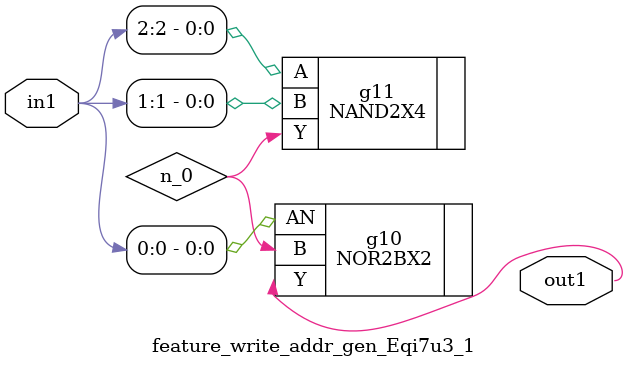
<source format=v>
`timescale 1ps / 1ps


module feature_write_addr_gen_Eqi7u3_1(in1, out1);
  input [2:0] in1;
  output out1;
  wire [2:0] in1;
  wire out1;
  wire n_0;
  NOR2BX2 g10(.AN (in1[0]), .B (n_0), .Y (out1));
  NAND2X4 g11(.A (in1[2]), .B (in1[1]), .Y (n_0));
endmodule



</source>
